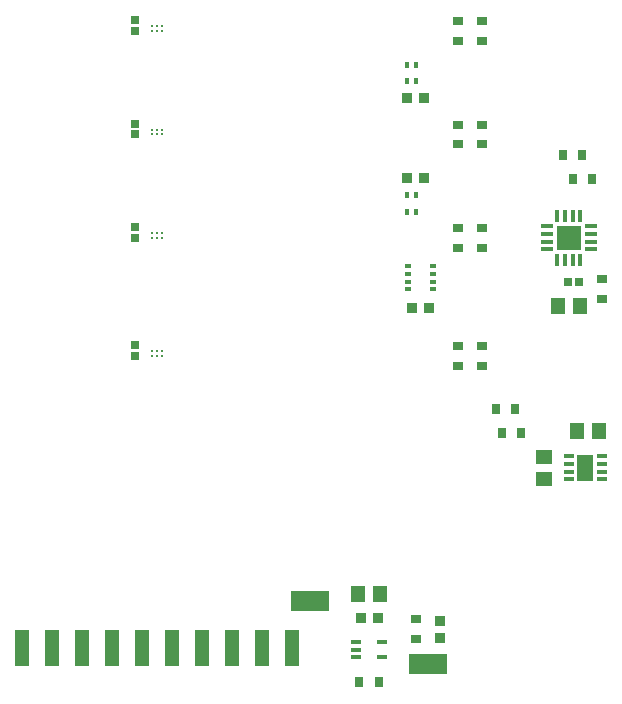
<source format=gbr>
%TF.GenerationSoftware,Altium Limited,Altium Designer,24.0.1 (36)*%
G04 Layer_Color=8421504*
%FSLAX25Y25*%
%MOIN*%
%TF.SameCoordinates,674ED1FF-067C-45DD-8C41-4F82C3FA2B26*%
%TF.FilePolarity,Positive*%
%TF.FileFunction,Paste,Top*%
%TF.Part,Single*%
G01*
G75*
%TA.AperFunction,SMDPad,CuDef*%
%ADD71R,0.03735X0.03735*%
%ADD72R,0.01289X0.02273*%
%ADD73R,0.02273X0.01289*%
%TA.AperFunction,BGAPad,CuDef*%
%ADD74C,0.00880*%
%TA.AperFunction,SMDPad,CuDef*%
%ADD75R,0.03237X0.01465*%
%ADD76R,0.04028X0.01273*%
%ADD77R,0.01273X0.04028*%
%ADD78R,0.08441X0.08441*%
%ADD79R,0.05495X0.09078*%
%ADD80R,0.03442X0.01277*%
%ADD81R,0.02597X0.03384*%
%ADD82R,0.03384X0.02597*%
%ADD83R,0.13097X0.06798*%
%ADD84R,0.04635X0.12155*%
%ADD85R,0.03735X0.03735*%
%ADD86R,0.02693X0.02536*%
%ADD87R,0.04841X0.05432*%
%ADD88R,0.02536X0.02693*%
%ADD89R,0.05432X0.04841*%
D71*
X267854Y153772D02*
D03*
X262130D02*
D03*
X266154Y197110D02*
D03*
X260430D02*
D03*
X260430Y223662D02*
D03*
X266154D02*
D03*
X250730Y50480D02*
D03*
X245006D02*
D03*
D72*
X263632Y191386D02*
D03*
X260483D02*
D03*
X263632Y185875D02*
D03*
X260483D02*
D03*
X263632Y234848D02*
D03*
Y229337D02*
D03*
X260483Y234848D02*
D03*
Y229337D02*
D03*
D73*
X269027Y162548D02*
D03*
Y165108D02*
D03*
Y159990D02*
D03*
Y167667D02*
D03*
X260957Y165108D02*
D03*
Y167667D02*
D03*
Y162548D02*
D03*
Y159990D02*
D03*
D74*
X178767Y137795D02*
D03*
X177192D02*
D03*
X175617D02*
D03*
X178767Y139370D02*
D03*
X177192D02*
D03*
X175617D02*
D03*
X178767Y177165D02*
D03*
X177192D02*
D03*
X175617D02*
D03*
X178767Y178740D02*
D03*
X177192D02*
D03*
X175617D02*
D03*
X178740Y211614D02*
D03*
X177165D02*
D03*
X175591D02*
D03*
X178740Y213189D02*
D03*
X177165D02*
D03*
X175591D02*
D03*
X178740Y246063D02*
D03*
X177165D02*
D03*
X175591D02*
D03*
X178740Y247638D02*
D03*
X177165D02*
D03*
X175591D02*
D03*
D75*
X252297Y42443D02*
D03*
Y37325D02*
D03*
X243439D02*
D03*
Y39884D02*
D03*
Y42443D02*
D03*
D76*
X321675Y173327D02*
D03*
Y175886D02*
D03*
Y178445D02*
D03*
Y181004D02*
D03*
X307109D02*
D03*
Y178445D02*
D03*
Y175886D02*
D03*
Y173327D02*
D03*
D77*
X318231Y184449D02*
D03*
X315672D02*
D03*
X313113D02*
D03*
X310554D02*
D03*
Y169882D02*
D03*
X313113D02*
D03*
X315672D02*
D03*
X318231D02*
D03*
D78*
X314392Y177165D02*
D03*
D79*
X319884Y100450D02*
D03*
D80*
X325376Y96612D02*
D03*
Y99171D02*
D03*
Y101730D02*
D03*
Y104289D02*
D03*
X314392Y96612D02*
D03*
Y99171D02*
D03*
Y101730D02*
D03*
Y104289D02*
D03*
D81*
X312416Y204724D02*
D03*
X318928D02*
D03*
X315770Y196850D02*
D03*
X322282D02*
D03*
X251124Y29040D02*
D03*
X244612D02*
D03*
X298532Y112205D02*
D03*
X292020D02*
D03*
X296563Y120079D02*
D03*
X290051D02*
D03*
D82*
X263616Y50012D02*
D03*
Y43500D02*
D03*
X277559Y141051D02*
D03*
Y134539D02*
D03*
X285433Y141051D02*
D03*
Y134539D02*
D03*
X277559Y180421D02*
D03*
Y173909D02*
D03*
X285433Y180421D02*
D03*
Y173909D02*
D03*
X325503Y156877D02*
D03*
Y163389D02*
D03*
X277559Y214870D02*
D03*
Y208358D02*
D03*
X285433Y214870D02*
D03*
Y208358D02*
D03*
X277559Y249319D02*
D03*
Y242807D02*
D03*
X285433Y249319D02*
D03*
Y242807D02*
D03*
D83*
X267553Y34945D02*
D03*
X228185Y56088D02*
D03*
D84*
X132087Y40551D02*
D03*
X142087D02*
D03*
X162087D02*
D03*
X152087D02*
D03*
X172087D02*
D03*
X192087D02*
D03*
X182087D02*
D03*
X202087D02*
D03*
X222087D02*
D03*
X212087D02*
D03*
D85*
X271490Y49563D02*
D03*
Y43839D02*
D03*
D86*
X169865Y141384D02*
D03*
Y137840D02*
D03*
Y180709D02*
D03*
Y177165D02*
D03*
Y215158D02*
D03*
Y211614D02*
D03*
X169685Y249606D02*
D03*
Y246063D02*
D03*
D87*
X244219Y58567D02*
D03*
X251518D02*
D03*
X318199Y154314D02*
D03*
X310900D02*
D03*
X317113Y112672D02*
D03*
X324413D02*
D03*
D88*
X317801Y162402D02*
D03*
X314258D02*
D03*
D89*
X306186Y96801D02*
D03*
Y104100D02*
D03*
%TF.MD5,26c658528231b28adfb13af7b204bbc7*%
M02*

</source>
